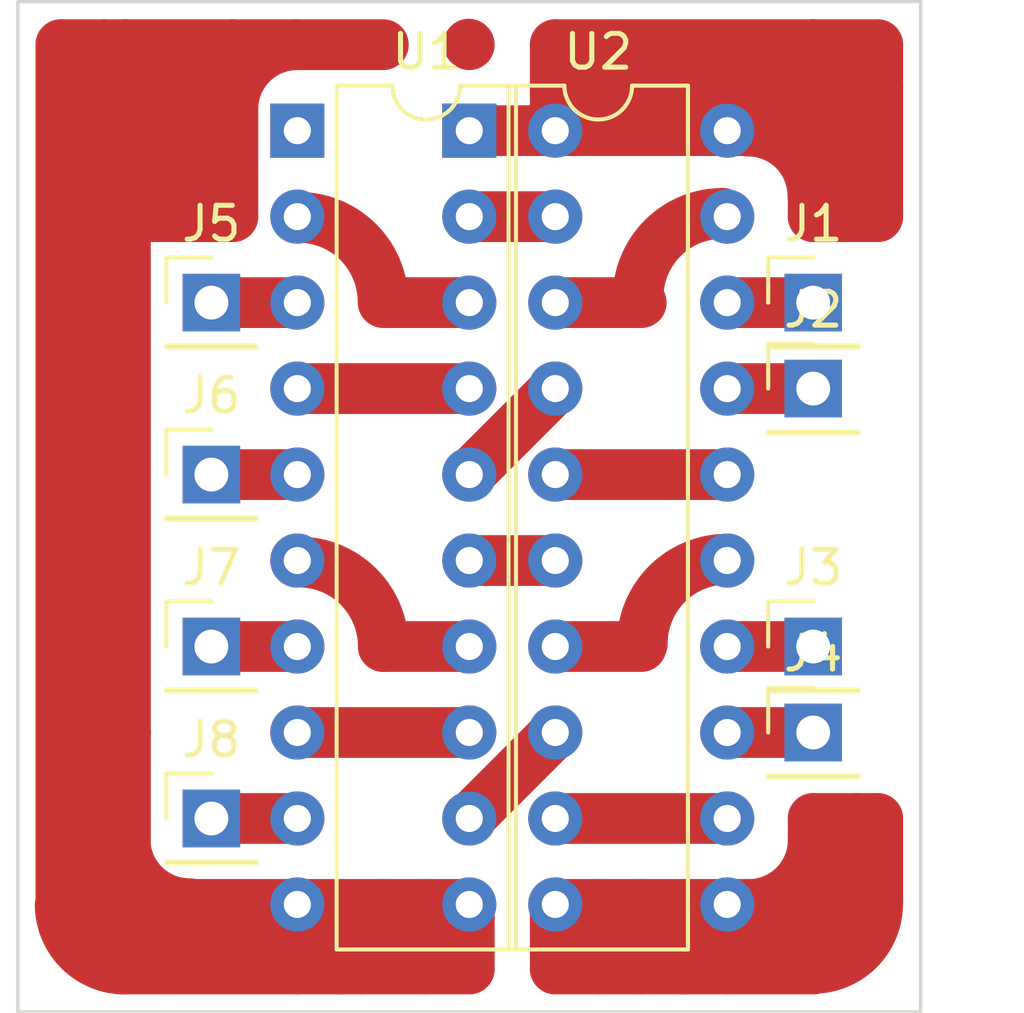
<source format=kicad_pcb>
(kicad_pcb (version 20221018) (generator pcbnew)
  (layers (0 "F.Cu" signal) (31 "B.Cu" signal) (34 "B.Paste" user) (35 "F.Paste" user) (36 "B.SilkS" user "B.Silkscreen") (37 "F.SilkS" user "F.Silkscreen") (38 "B.Mask" user) (39 "F.Mask" user) (44 "Edge.Cuts" user))
  (net 0 "")
  (net 1 "/MR")
  (net 2 "GND")
  (net 3 "/CLK")
  (net 4 "+5V")
  (net 5 "/d0")
  (net 6 "/d1")
  (net 7 "/d2")
  (net 8 "/d3")
  (net 9 "/d4")
  (net 10 "/d5")
  (net 11 "/d6")
  (net 12 "/d7")
  (net 13 "/q7")
  (net 14 "/q6")
  (net 15 "/q5")
  (net 16 "/q4")
  (net 17 "/q3")
  (net 18 "/q2")
  (net 19 "/q1")
  (net 20 "/q0")
  (footprint "Connector_PinHeader_2.54mm:PinHeader_1x01_P2.54mm_Vertical" (layer "F.Cu") (at 24.13 9.525)
    (fp_text reference "J1" (at 0 -2.33) (layer "F.SilkS"))
    (fp_text value "Conn_01x01_Pin")
    (fp_line (start -1.33 -1.33) (end 0 -1.33) (stroke (width 0.12)) (layer "F.SilkS"))
    (fp_line (start -1.33 0) (end -1.33 -1.33) (stroke (width 0.12)) (layer "F.SilkS"))
    (fp_line (start -1.33 1.27) (end -1.33 1.33) (stroke (width 0.12)) (layer "F.SilkS"))
    (fp_line (start -1.33 1.27) (end 1.33 1.27) (stroke (width 0.12)) (layer "F.SilkS"))
    (fp_line (start -1.33 1.33) (end 1.33 1.33) (stroke (width 0.12)) (layer "F.SilkS"))
    (fp_line (start 1.33 1.27) (end 1.33 1.33) (stroke (width 0.12)) (layer "F.SilkS"))
    (pad "1" thru_hole rect (at 0 0) (size 1.7 1.7) (drill 1) (layers "*.Cu" "*.Mask") (net 6 "/d1"))
  )
  (footprint "Connector_PinHeader_2.54mm:PinHeader_1x01_P2.54mm_Vertical" (layer "F.Cu") (at 6.35 24.765)
    (fp_text reference "J8" (at 0 -2.33) (layer "F.SilkS"))
    (fp_text value "Conn_01x01_Pin")
    (fp_line (start -1.33 -1.33) (end 0 -1.33) (stroke (width 0.12)) (layer "F.SilkS"))
    (fp_line (start -1.33 0) (end -1.33 -1.33) (stroke (width 0.12)) (layer "F.SilkS"))
    (fp_line (start -1.33 1.27) (end -1.33 1.33) (stroke (width 0.12)) (layer "F.SilkS"))
    (fp_line (start -1.33 1.27) (end 1.33 1.27) (stroke (width 0.12)) (layer "F.SilkS"))
    (fp_line (start -1.33 1.33) (end 1.33 1.33) (stroke (width 0.12)) (layer "F.SilkS"))
    (fp_line (start 1.33 1.27) (end 1.33 1.33) (stroke (width 0.12)) (layer "F.SilkS"))
    (pad "1" thru_hole rect (at 0 0) (size 1.7 1.7) (drill 1) (layers "*.Cu" "*.Mask") (net 12 "/d7"))
  )
  (footprint "Package_DIP:DIP-20_W7.62mm" (layer "F.Cu") (at 8.89 4.445)
    (fp_text reference "U1" (at 3.81 -2.33) (layer "F.SilkS"))
    (fp_text value "74LS574")
    (fp_line (start 1.16 -1.33) (end 1.16 24.19) (stroke (width 0.12)) (layer "F.SilkS"))
    (fp_line (start 1.16 24.19) (end 6.46 24.19) (stroke (width 0.12)) (layer "F.SilkS"))
    (fp_line (start 2.81 -1.33) (end 1.16 -1.33) (stroke (width 0.12)) (layer "F.SilkS"))
    (fp_line (start 6.46 -1.33) (end 4.81 -1.33) (stroke (width 0.12)) (layer "F.SilkS"))
    (fp_line (start 6.46 24.19) (end 6.46 -1.33) (stroke (width 0.12)) (layer "F.SilkS"))
    (fp_arc (start 4.81 -1.33) (mid 3.81 -0.33) (end 2.81 -1.33) (stroke (width 0.12)) (layer "F.SilkS"))
    (pad "1" thru_hole rect (at 0 0) (size 1.6 1.6) (drill 0.8) (layers "*.Cu" "*.Mask") (net 1 "/MR"))
    (pad "2" thru_hole oval (at 0 2.54) (size 1.6 1.6) (drill 0.8) (layers "*.Cu" "*.Mask") (net 5 "/d0"))
    (pad "3" thru_hole oval (at 0 5.08) (size 1.6 1.6) (drill 0.8) (layers "*.Cu" "*.Mask") (net 6 "/d1"))
    (pad "4" thru_hole oval (at 0 7.62) (size 1.6 1.6) (drill 0.8) (layers "*.Cu" "*.Mask") (net 7 "/d2"))
    (pad "5" thru_hole oval (at 0 10.16) (size 1.6 1.6) (drill 0.8) (layers "*.Cu" "*.Mask") (net 8 "/d3"))
    (pad "6" thru_hole oval (at 0 12.7) (size 1.6 1.6) (drill 0.8) (layers "*.Cu" "*.Mask") (net 9 "/d4"))
    (pad "7" thru_hole oval (at 0 15.24) (size 1.6 1.6) (drill 0.8) (layers "*.Cu" "*.Mask") (net 10 "/d5"))
    (pad "8" thru_hole oval (at 0 17.78) (size 1.6 1.6) (drill 0.8) (layers "*.Cu" "*.Mask") (net 11 "/d6"))
    (pad "9" thru_hole oval (at 0 20.32) (size 1.6 1.6) (drill 0.8) (layers "*.Cu" "*.Mask") (net 12 "/d7"))
    (pad "10" thru_hole oval (at 0 22.86) (size 1.6 1.6) (drill 0.8) (layers "*.Cu" "*.Mask") (net 2 "GND"))
    (pad "11" thru_hole oval (at 7.62 22.86) (size 1.6 1.6) (drill 0.8) (layers "*.Cu" "*.Mask") (net 3 "/CLK"))
    (pad "12" thru_hole oval (at 7.62 20.32) (size 1.6 1.6) (drill 0.8) (layers "*.Cu" "*.Mask") (net 13 "/q7"))
    (pad "13" thru_hole oval (at 7.62 17.78) (size 1.6 1.6) (drill 0.8) (layers "*.Cu" "*.Mask") (net 14 "/q6"))
    (pad "14" thru_hole oval (at 7.62 15.24) (size 1.6 1.6) (drill 0.8) (layers "*.Cu" "*.Mask") (net 15 "/q5"))
    (pad "15" thru_hole oval (at 7.62 12.7) (size 1.6 1.6) (drill 0.8) (layers "*.Cu" "*.Mask") (net 16 "/q4"))
    (pad "16" thru_hole oval (at 7.62 10.16) (size 1.6 1.6) (drill 0.8) (layers "*.Cu" "*.Mask") (net 17 "/q3"))
    (pad "17" thru_hole oval (at 7.62 7.62) (size 1.6 1.6) (drill 0.8) (layers "*.Cu" "*.Mask") (net 18 "/q2"))
    (pad "18" thru_hole oval (at 7.62 5.08) (size 1.6 1.6) (drill 0.8) (layers "*.Cu" "*.Mask") (net 19 "/q1"))
    (pad "19" thru_hole oval (at 7.62 2.54) (size 1.6 1.6) (drill 0.8) (layers "*.Cu" "*.Mask") (net 20 "/q0"))
    (pad "20" thru_hole oval (at 7.62 0) (size 1.6 1.6) (drill 0.8) (layers "*.Cu" "*.Mask") (net 4 "+5V"))
  )
  (footprint "Connector_PinHeader_2.54mm:PinHeader_1x01_P2.54mm_Vertical" (layer "F.Cu") (at 24.13 22.225)
    (fp_text reference "J4" (at 0 -2.33) (layer "F.SilkS"))
    (fp_text value "Conn_01x01_Pin")
    (fp_line (start -1.33 -1.33) (end 0 -1.33) (stroke (width 0.12)) (layer "F.SilkS"))
    (fp_line (start -1.33 0) (end -1.33 -1.33) (stroke (width 0.12)) (layer "F.SilkS"))
    (fp_line (start -1.33 1.27) (end -1.33 1.33) (stroke (width 0.12)) (layer "F.SilkS"))
    (fp_line (start -1.33 1.27) (end 1.33 1.27) (stroke (width 0.12)) (layer "F.SilkS"))
    (fp_line (start -1.33 1.33) (end 1.33 1.33) (stroke (width 0.12)) (layer "F.SilkS"))
    (fp_line (start 1.33 1.27) (end 1.33 1.33) (stroke (width 0.12)) (layer "F.SilkS"))
    (pad "1" thru_hole rect (at 0 0) (size 1.7 1.7) (drill 1) (layers "*.Cu" "*.Mask") (net 12 "/d7"))
  )
  (footprint "Connector_PinHeader_2.54mm:PinHeader_1x01_P2.54mm_Vertical" (layer "F.Cu") (at 24.13 19.685)
    (fp_text reference "J3" (at 0 -2.33) (layer "F.SilkS"))
    (fp_text value "Conn_01x01_Pin")
    (fp_line (start -1.33 -1.33) (end 0 -1.33) (stroke (width 0.12)) (layer "F.SilkS"))
    (fp_line (start -1.33 0) (end -1.33 -1.33) (stroke (width 0.12)) (layer "F.SilkS"))
    (fp_line (start -1.33 1.27) (end -1.33 1.33) (stroke (width 0.12)) (layer "F.SilkS"))
    (fp_line (start -1.33 1.27) (end 1.33 1.27) (stroke (width 0.12)) (layer "F.SilkS"))
    (fp_line (start -1.33 1.33) (end 1.33 1.33) (stroke (width 0.12)) (layer "F.SilkS"))
    (fp_line (start 1.33 1.27) (end 1.33 1.33) (stroke (width 0.12)) (layer "F.SilkS"))
    (pad "1" thru_hole rect (at 0 0) (size 1.7 1.7) (drill 1) (layers "*.Cu" "*.Mask") (net 10 "/d5"))
  )
  (footprint "Connector_PinHeader_2.54mm:PinHeader_1x01_P2.54mm_Vertical" (layer "F.Cu") (at 6.35 9.525)
    (fp_text reference "J5" (at 0 -2.33) (layer "F.SilkS"))
    (fp_text value "Conn_01x01_Pin")
    (fp_line (start -1.33 -1.33) (end 0 -1.33) (stroke (width 0.12)) (layer "F.SilkS"))
    (fp_line (start -1.33 0) (end -1.33 -1.33) (stroke (width 0.12)) (layer "F.SilkS"))
    (fp_line (start -1.33 1.27) (end -1.33 1.33) (stroke (width 0.12)) (layer "F.SilkS"))
    (fp_line (start -1.33 1.27) (end 1.33 1.27) (stroke (width 0.12)) (layer "F.SilkS"))
    (fp_line (start -1.33 1.33) (end 1.33 1.33) (stroke (width 0.12)) (layer "F.SilkS"))
    (fp_line (start 1.33 1.27) (end 1.33 1.33) (stroke (width 0.12)) (layer "F.SilkS"))
    (pad "1" thru_hole rect (at 0 0) (size 1.7 1.7) (drill 1) (layers "*.Cu" "*.Mask") (net 6 "/d1"))
  )
  (footprint "Connector_PinHeader_2.54mm:PinHeader_1x01_P2.54mm_Vertical" (layer "F.Cu") (at 6.35 14.605)
    (fp_text reference "J6" (at 0 -2.33) (layer "F.SilkS"))
    (fp_text value "Conn_01x01_Pin")
    (fp_line (start -1.33 -1.33) (end 0 -1.33) (stroke (width 0.12)) (layer "F.SilkS"))
    (fp_line (start -1.33 0) (end -1.33 -1.33) (stroke (width 0.12)) (layer "F.SilkS"))
    (fp_line (start -1.33 1.27) (end -1.33 1.33) (stroke (width 0.12)) (layer "F.SilkS"))
    (fp_line (start -1.33 1.27) (end 1.33 1.27) (stroke (width 0.12)) (layer "F.SilkS"))
    (fp_line (start -1.33 1.33) (end 1.33 1.33) (stroke (width 0.12)) (layer "F.SilkS"))
    (fp_line (start 1.33 1.27) (end 1.33 1.33) (stroke (width 0.12)) (layer "F.SilkS"))
    (pad "1" thru_hole rect (at 0 0) (size 1.7 1.7) (drill 1) (layers "*.Cu" "*.Mask") (net 8 "/d3"))
  )
  (footprint "Connector_PinHeader_2.54mm:PinHeader_1x01_P2.54mm_Vertical" (layer "F.Cu") (at 24.13 12.065)
    (fp_text reference "J2" (at 0 -2.33) (layer "F.SilkS"))
    (fp_text value "Conn_01x01_Pin")
    (fp_line (start -1.33 -1.33) (end 0 -1.33) (stroke (width 0.12)) (layer "F.SilkS"))
    (fp_line (start -1.33 0) (end -1.33 -1.33) (stroke (width 0.12)) (layer "F.SilkS"))
    (fp_line (start -1.33 1.27) (end -1.33 1.33) (stroke (width 0.12)) (layer "F.SilkS"))
    (fp_line (start -1.33 1.27) (end 1.33 1.27) (stroke (width 0.12)) (layer "F.SilkS"))
    (fp_line (start -1.33 1.33) (end 1.33 1.33) (stroke (width 0.12)) (layer "F.SilkS"))
    (fp_line (start 1.33 1.27) (end 1.33 1.33) (stroke (width 0.12)) (layer "F.SilkS"))
    (pad "1" thru_hole rect (at 0 0) (size 1.7 1.7) (drill 1) (layers "*.Cu" "*.Mask") (net 8 "/d3"))
  )
  (footprint "Package_DIP:DIP-20_W7.62mm" (layer "F.Cu") (at 13.97 4.445)
    (fp_text reference "U2" (at 3.81 -2.33) (layer "F.SilkS"))
    (fp_text value "74LS273")
    (fp_line (start 1.16 -1.33) (end 1.16 24.19) (stroke (width 0.12)) (layer "F.SilkS"))
    (fp_line (start 1.16 24.19) (end 6.46 24.19) (stroke (width 0.12)) (layer "F.SilkS"))
    (fp_line (start 2.81 -1.33) (end 1.16 -1.33) (stroke (width 0.12)) (layer "F.SilkS"))
    (fp_line (start 6.46 -1.33) (end 4.81 -1.33) (stroke (width 0.12)) (layer "F.SilkS"))
    (fp_line (start 6.46 24.19) (end 6.46 -1.33) (stroke (width 0.12)) (layer "F.SilkS"))
    (fp_arc (start 4.81 -1.33) (mid 3.81 -0.33) (end 2.81 -1.33) (stroke (width 0.12)) (layer "F.SilkS"))
    (pad "1" thru_hole rect (at 0 0) (size 1.6 1.6) (drill 0.8) (layers "*.Cu" "*.Mask") (net 4 "+5V"))
    (pad "2" thru_hole oval (at 0 2.54) (size 1.6 1.6) (drill 0.8) (layers "*.Cu" "*.Mask") (net 20 "/q0"))
    (pad "3" thru_hole oval (at 0 5.08) (size 1.6 1.6) (drill 0.8) (layers "*.Cu" "*.Mask") (net 5 "/d0"))
    (pad "4" thru_hole oval (at 0 7.62) (size 1.6 1.6) (drill 0.8) (layers "*.Cu" "*.Mask") (net 7 "/d2"))
    (pad "5" thru_hole oval (at 0 10.16) (size 1.6 1.6) (drill 0.8) (layers "*.Cu" "*.Mask") (net 18 "/q2"))
    (pad "6" thru_hole oval (at 0 12.7) (size 1.6 1.6) (drill 0.8) (layers "*.Cu" "*.Mask") (net 16 "/q4"))
    (pad "7" thru_hole oval (at 0 15.24) (size 1.6 1.6) (drill 0.8) (layers "*.Cu" "*.Mask") (net 9 "/d4"))
    (pad "8" thru_hole oval (at 0 17.78) (size 1.6 1.6) (drill 0.8) (layers "*.Cu" "*.Mask") (net 11 "/d6"))
    (pad "9" thru_hole oval (at 0 20.32) (size 1.6 1.6) (drill 0.8) (layers "*.Cu" "*.Mask") (net 14 "/q6"))
    (pad "10" thru_hole oval (at 0 22.86) (size 1.6 1.6) (drill 0.8) (layers "*.Cu" "*.Mask") (net 2 "GND"))
    (pad "11" thru_hole oval (at 7.62 22.86) (size 1.6 1.6) (drill 0.8) (layers "*.Cu" "*.Mask") (net 3 "/CLK"))
    (pad "12" thru_hole oval (at 7.62 20.32) (size 1.6 1.6) (drill 0.8) (layers "*.Cu" "*.Mask") (net 13 "/q7"))
    (pad "13" thru_hole oval (at 7.62 17.78) (size 1.6 1.6) (drill 0.8) (layers "*.Cu" "*.Mask") (net 12 "/d7"))
    (pad "14" thru_hole oval (at 7.62 15.24) (size 1.6 1.6) (drill 0.8) (layers "*.Cu" "*.Mask") (net 10 "/d5"))
    (pad "15" thru_hole oval (at 7.62 12.7) (size 1.6 1.6) (drill 0.8) (layers "*.Cu" "*.Mask") (net 15 "/q5"))
    (pad "16" thru_hole oval (at 7.62 10.16) (size 1.6 1.6) (drill 0.8) (layers "*.Cu" "*.Mask") (net 17 "/q3"))
    (pad "17" thru_hole oval (at 7.62 7.62) (size 1.6 1.6) (drill 0.8) (layers "*.Cu" "*.Mask") (net 8 "/d3"))
    (pad "18" thru_hole oval (at 7.62 5.08) (size 1.6 1.6) (drill 0.8) (layers "*.Cu" "*.Mask") (net 6 "/d1"))
    (pad "19" thru_hole oval (at 7.62 2.54) (size 1.6 1.6) (drill 0.8) (layers "*.Cu" "*.Mask") (net 19 "/q1"))
    (pad "20" thru_hole oval (at 7.62 0) (size 1.6 1.6) (drill 0.8) (layers "*.Cu" "*.Mask") (net 4 "+5V"))
  )
  (footprint "Connector_PinHeader_2.54mm:PinHeader_1x01_P2.54mm_Vertical" (layer "F.Cu") (at 6.35 19.685)
    (fp_text reference "J7" (at 0 -2.33) (layer "F.SilkS"))
    (fp_text value "Conn_01x01_Pin")
    (fp_line (start -1.33 -1.33) (end 0 -1.33) (stroke (width 0.12)) (layer "F.SilkS"))
    (fp_line (start -1.33 0) (end -1.33 -1.33) (stroke (width 0.12)) (layer "F.SilkS"))
    (fp_line (start -1.33 1.27) (end -1.33 1.33) (stroke (width 0.12)) (layer "F.SilkS"))
    (fp_line (start -1.33 1.27) (end 1.33 1.27) (stroke (width 0.12)) (layer "F.SilkS"))
    (fp_line (start -1.33 1.33) (end 1.33 1.33) (stroke (width 0.12)) (layer "F.SilkS"))
    (fp_line (start 1.33 1.27) (end 1.33 1.33) (stroke (width 0.12)) (layer "F.SilkS"))
    (pad "1" thru_hole rect (at 0 0) (size 1.7 1.7) (drill 1) (layers "*.Cu" "*.Mask") (net 10 "/d5"))
  )
  (gr_arc (start 3.790299 29.214083) (mid 2.443267 28.65612) (end 1.885299 27.309083) (stroke (width 1.5)) (layer "F.Cu"))
  (gr_line (start 13.97 1.905) (end 13.95447 1.88947) (stroke (width 1.5)) (layer "F.Cu"))
  (gr_arc (start 6.985 3.81) (mid 7.542962 2.462962) (end 8.89 1.905) (stroke (width 1.5)) (layer "F.Cu"))
  (gr_arc (start 19.080847 19.601886) (mid 19.811889 17.837) (end 21.576771 17.105962) (stroke (width 1.5)) (layer "F.Cu"))
  (gr_line (start 11.43 19.685) (end 13.97 19.685) (stroke (width 1.5)) (layer "F.Cu"))
  (gr_line (start 16.51 9.525) (end 19.05 9.525) (stroke (width 1.5)) (layer "F.Cu"))
  (gr_line (start 11.43 9.525) (end 13.97 9.525) (stroke (width 1.5)) (layer "F.Cu"))
  (gr_arc (start 8.934076 17.189076) (mid 10.698976 17.920107) (end 11.43 19.685) (stroke (width 1.5)) (layer "F.Cu"))
  (gr_line (start 16.51 19.685) (end 19.05 19.685) (stroke (width 1.5)) (layer "F.Cu"))
  (gr_arc (start 18.953961 9.384884) (mid 19.685005 7.620004) (end 21.449885 6.88896) (stroke (width 1.5)) (layer "F.Cu"))
  (gr_arc (start 22.213053 4.459418) (mid 23.560115 5.017364) (end 24.118053 6.364418) (stroke (width 1.5)) (layer "F.Cu"))
  (gr_arc (start 8.926551 7.00629) (mid 10.691463 7.737313) (end 11.422475 9.502214) (stroke (width 1.5)) (layer "F.Cu"))
  (gr_arc (start 24.13 25.401235) (mid 23.572026 26.748251) (end 22.225 27.306235) (stroke (width 1.5)) (layer "F.Cu"))
  (gr_arc (start 5.704588 27.281704) (mid 4.357556 26.723738) (end 3.799588 25.376704) (stroke (width 1.5)) (layer "F.Cu"))
  (gr_arc (start 26.032641 27.287023) (mid 25.474674 28.634061) (end 24.127641 29.192023) (stroke (width 1.5)) (layer "F.Cu"))
  (gr_rect (start 0.635 0.635) (end 27.305 30.48) (stroke (width 0.1)) (fill none) (layer "Edge.Cuts"))
  (segment (start 7.675073 28.519927) (end 3.754927 28.519927) (width 1.5) (layer "F.Cu") (net 2))
  (segment (start 11.43 27.305) (end 12.7 27.305) (width 1.5) (layer "F.Cu") (net 2))
  (segment (start 3.175 21.59) (end 3.81 22.225) (width 1.5) (layer "F.Cu") (net 2))
  (segment (start 6.985 1.905) (end 11.43 1.905) (width 1.5) (layer "F.Cu") (net 2))
  (segment (start 3.81 3.175) (end 3.81 1.905) (width 1.5) (layer "F.Cu") (net 2))
  (segment (start 11.43 28.575) (end 10.795 29.21) (width 1.5) (layer "F.Cu") (net 2))
  (segment (start 3.175 1.905) (end 3.81 1.905) (width 1.5) (layer "F.Cu") (net 2))
  (segment (start 6.985 1.905) (end 6.985 6.985) (width 1.5) (layer "F.Cu") (net 2))
  (segment (start 3.81 3.175) (end 6.985 3.175) (width 1.5) (layer "F.Cu") (net 2))
  (segment (start 3.81 6.985) (end 6.985 6.985) (width 1.5) (layer "F.Cu") (net 2))
  (segment (start 2.54 27.305) (end 1.905 27.305) (width 1.5) (layer "F.Cu") (net 2))
  (segment (start 8.89 27.305) (end 7.675073 28.519927) (width 1.5) (layer "F.Cu") (net 2))
  (segment (start 3.81 6.985) (end 3.81 5.715) (width 1.5) (layer "F.Cu") (net 2))
  (segment (start 3.81 4.445) (end 3.81 3.175) (width 1.5) (layer "F.Cu") (net 2))
  (segment (start 3.81 4.445) (end 6.985 4.445) (width 1.5) (layer "F.Cu") (net 2))
  (segment (start 8.89 27.305) (end 3.81 27.305) (width 1.5) (layer "F.Cu") (net 2))
  (segment (start 3.81 1.905) (end 6.985 1.905) (width 1.5) (layer "F.Cu") (net 2))
  (segment (start 3.81 22.225) (end 3.81 6.985) (width 1.5) (layer "F.Cu") (net 2))
  (segment (start 3.81 5.715) (end 6.985 5.715) (width 1.5) (layer "F.Cu") (net 2))
  (segment (start 10.795 29.21) (end 12.7 29.21) (width 1.5) (layer "F.Cu") (net 2))
  (segment (start 8.89 29.21) (end 10.16 29.21) (width 1.5) (layer "F.Cu") (net 2))
  (segment (start 12.7 27.305) (end 12.7 29.21) (width 1.5) (layer "F.Cu") (net 2))
  (segment (start 5.08 29.21) (end 3.81 29.21) (width 1.5) (layer "F.Cu") (net 2))
  (segment (start 3.81 5.715) (end 3.81 4.445) (width 1.5) (layer "F.Cu") (net 2))
  (segment (start 3.175 26.67) (end 3.81 27.305) (width 1.5) (layer "F.Cu") (net 2))
  (segment (start 8.89 27.305) (end 8.89 29.21) (width 1.5) (layer "F.Cu") (net 2))
  (segment (start 12.7 27.305) (end 13.97 27.305) (width 1.5) (layer "F.Cu") (net 2))
  (segment (start 3.175 1.905) (end 3.175 21.59) (width 1.5) (layer "F.Cu") (net 2))
  (segment (start 10.16 27.305) (end 10.16 29.21) (width 1.5) (layer "F.Cu") (net 2))
  (segment (start 1.905 22.225) (end 1.905 27.305) (width 1.5) (layer "F.Cu") (net 2))
  (segment (start 11.43 27.305) (end 11.43 28.575) (width 1.5) (layer "F.Cu") (net 2))
  (segment (start 1.905 1.905) (end 3.175 1.905) (width 1.5) (layer "F.Cu") (net 2))
  (segment (start 13.97 27.305) (end 13.97 29.21) (width 1.5) (layer "F.Cu") (net 2))
  (segment (start 3.754927 28.519927) (end 2.54 27.305) (width 1.5) (layer "F.Cu") (net 2))
  (segment (start 3.81 22.225) (end 1.905 22.225) (width 1.5) (layer "F.Cu") (net 2))
  (segment (start 3.81 27.305) (end 3.81 22.225) (width 1.5) (layer "F.Cu") (net 2))
  (segment (start 8.89 29.21) (end 5.08 29.21) (width 1.5) (layer "F.Cu") (net 2))
  (segment (start 10.16 27.305) (end 11.43 27.305) (width 1.5) (layer "F.Cu") (net 2))
  (segment (start 10.16 29.21) (end 10.795 29.21) (width 1.5) (layer "F.Cu") (net 2))
  (segment (start 1.905 22.225) (end 1.905 1.905) (width 1.5) (layer "F.Cu") (net 2))
  (segment (start 8.89 27.305) (end 10.16 27.305) (width 1.5) (layer "F.Cu") (net 2))
  (segment (start 12.7 29.21) (end 13.97 29.21) (width 1.5) (layer "F.Cu") (net 2))
  (segment (start 3.175 21.59) (end 3.175 26.67) (width 1.5) (layer "F.Cu") (net 2))
  (segment (start 3.81 27.305) (end 2.54 27.305) (width 1.5) (layer "F.Cu") (net 2))
  (segment (start 25.4 24.765) (end 26.035 24.765) (width 1.5) (layer "F.Cu") (net 3))
  (segment (start 19.05 29.21) (end 20.32 29.21) (width 1.5) (layer "F.Cu") (net 3))
  (segment (start 24.745114 27.932167) (end 24.785931 27.886093) (width 1.5) (layer "F.Cu") (net 3))
  (segment (start 21.59 27.305) (end 24.13 27.305) (width 1.5) (layer "F.Cu") (net 3))
  (segment (start 26.035 27.305) (end 26.035 24.765) (width 1.5) (layer "F.Cu") (net 3))
  (segment (start 24.13 27.305) (end 24.13 24.765) (width 1.5) (layer "F.Cu") (net 3))
  (segment (start 20.483757 28.103757) (end 22.74938 28.103757) (width 1.5) (layer "F.Cu") (net 3))
  (segment (start 24.13 24.765) (end 25.4 24.765) (width 1.5) (layer "F.Cu") (net 3))
  (segment (start 23.264181 28.827444) (end 23.415628 28.770005) (width 1.5) (layer "F.Cu") (net 3))
  (segment (start 24.13 29.21) (end 24.13 28.542024) (width 1.5) (layer "F.Cu") (net 3))
  (segment (start 20.32 27.305) (end 21.59 27.305) (width 1.5) (layer "F.Cu") (net 3))
  (segment (start 20.32 29.21) (end 21.59 29.21) (width 1.5) (layer "F.Cu") (net 3))
  (segment (start 20.32 27.305) (end 20.32 29.21) (width 1.5) (layer "F.Cu") (net 3))
  (segment (start 19.05 27.305) (end 20.32 27.305) (width 1.5) (layer "F.Cu") (net 3))
  (segment (start 16.51 27.305) (end 16.51 29.21) (width 1.5) (layer "F.Cu") (net 3))
  (segment (start 16.51 27.305) (end 17.78 27.305) (width 1.5) (layer "F.Cu") (net 3))
  (segment (start 25.4 27.272024) (end 24.699025 27.972999) (width 1.5) (layer "F.Cu") (net 3))
  (segment (start 22.74938 28.103757) (end 23.415628 28.770005) (width 1.5) (layer "F.Cu") (net 3))
  (segment (start 22.840262 28.931934) (end 23.264181 28.827444) (width 1.5) (layer "F.Cu") (net 3))
  (segment (start 21.59 29.21) (end 24.13 29.21) (width 1.5) (layer "F.Cu") (net 3))
  (segment (start 20.483757 28.103757) (end 20.483757 27.31475) (width 1.5) (layer "F.Cu") (net 3))
  (segment (start 17.78 27.305) (end 17.78 29.21) (width 1.5) (layer "F.Cu") (net 3))
  (segment (start 24.13 28.542024) (end 24.699025 27.972999) (width 1.5) (layer "F.Cu") (net 3))
  (segment (start 21.868066 28.931934) (end 22.840262 28.931934) (width 1.5) (layer "F.Cu") (net 3))
  (segment (start 25.4 24.765) (end 25.4 27.272024) (width 1.5) (layer "F.Cu") (net 3))
  (segment (start 16.51 29.21) (end 17.78 29.21) (width 1.5) (layer "F.Cu") (net 3))
  (segment (start 21.59 29.21) (end 21.868066 28.931934) (width 1.5) (layer "F.Cu") (net 3))
  (segment (start 17.78 29.21) (end 19.05 29.21) (width 1.5) (layer "F.Cu") (net 3))
  (segment (start 24.699025 27.972999) (end 24.745114 27.932167) (width 1.5) (layer "F.Cu") (net 3))
  (segment (start 19.05 27.305) (end 19.05 29.21) (width 1.5) (layer "F.Cu") (net 3))
  (segment (start 17.78 27.305) (end 19.05 27.305) (width 1.5) (layer "F.Cu") (net 3))
  (segment (start 24.13 4.445) (end 21.59 4.445) (width 1.5) (layer "F.Cu") (net 4))
  (segment (start 26.035 3.175) (end 26.035 6.985) (width 1.5) (layer "F.Cu") (net 4))
  (segment (start 24.13 3.175) (end 24.13 1.905) (width 1.5) (layer "F.Cu") (net 4))
  (segment (start 24.13 6.985) (end 24.13 4.445) (width 1.5) (layer "F.Cu") (net 4))
  (segment (start 24.13 4.445) (end 24.13 3.175) (width 1.5) (layer "F.Cu") (net 4))
  (segment (start 26.035 6.985) (end 24.765 6.985) (width 1.5) (layer "F.Cu") (net 4))
  (segment (start 16.51 4.445) (end 21.59 4.445) (width 1.5) (layer "F.Cu") (net 4))
  (segment (start 26.035 1.905) (end 26.035 3.175) (width 1.5) (layer "F.Cu") (net 4))
  (segment (start 16.51 1.905) (end 16.51 4.445) (width 1.5) (layer "F.Cu") (net 4))
  (segment (start 24.13 3.175) (end 17.78 3.175) (width 1.5) (layer "F.Cu") (net 4))
  (segment (start 24.765 6.985) (end 24.13 6.985) (width 1.5) (layer "F.Cu") (net 4))
  (segment (start 24.13 1.905) (end 16.51 1.905) (width 1.5) (layer "F.Cu") (net 4))
  (segment (start 16.51 4.445) (end 13.97 4.445) (width 1.5) (layer "F.Cu") (net 4))
  (segment (start 24.765 3.81) (end 24.13 3.175) (width 1.5) (layer "F.Cu") (net 4))
  (segment (start 26.035 3.175) (end 24.13 3.175) (width 1.5) (layer "F.Cu") (net 4))
  (segment (start 24.765 6.985) (end 24.765 3.81) (width 1.5) (layer "F.Cu") (net 4))
  (segment (start 24.13 1.905) (end 26.035 1.905) (width 1.5) (layer "F.Cu") (net 4))
  (segment (start 6.35 9.525) (end 8.89 9.525) (width 1.5) (layer "F.Cu") (net 6))
  (segment (start 24.13 9.525) (end 21.59 9.525) (width 1.5) (layer "F.Cu") (net 6))
  (segment (start 8.89 12.065) (end 13.97 12.065) (width 1.5) (layer "F.Cu") (net 7))
  (segment (start 21.59 12.065) (end 24.13 12.065) (width 1.5) (layer "F.Cu") (net 8))
  (segment (start 6.35 14.605) (end 8.89 14.605) (width 1.5) (layer "F.Cu") (net 8))
  (segment (start 24.13 19.685) (end 21.59 19.685) (width 1.5) (layer "F.Cu") (net 10))
  (segment (start 6.35 19.685) (end 8.89 19.685) (width 1.5) (layer "F.Cu") (net 10))
  (segment (start 8.89 22.225) (end 13.97 22.225) (width 1.5) (layer "F.Cu") (net 11))
  (segment (start 6.35 24.765) (end 8.89 24.765) (width 1.5) (layer "F.Cu") (net 12))
  (segment (start 21.59 22.225) (end 24.13 22.225) (width 1.5) (layer "F.Cu") (net 12))
  (segment (start 16.51 24.765) (end 21.59 24.765) (width 1.5) (layer "F.Cu") (net 13))
  (segment (start 16.51 22.225) (end 13.97 24.765) (width 1.5) (layer "F.Cu") (net 14))
  (segment (start 13.97 17.145) (end 16.51 17.145) (width 1.5) (layer "F.Cu") (net 16))
  (segment (start 16.51 14.605) (end 21.59 14.605) (width 1.5) (layer "F.Cu") (net 17))
  (segment (start 13.97 14.605) (end 16.51 12.065) (width 1.5) (layer "F.Cu") (net 18))
  (segment (start 13.97 6.985) (end 16.51 6.985) (width 1.5) (layer "F.Cu") (net 20))
)
</source>
